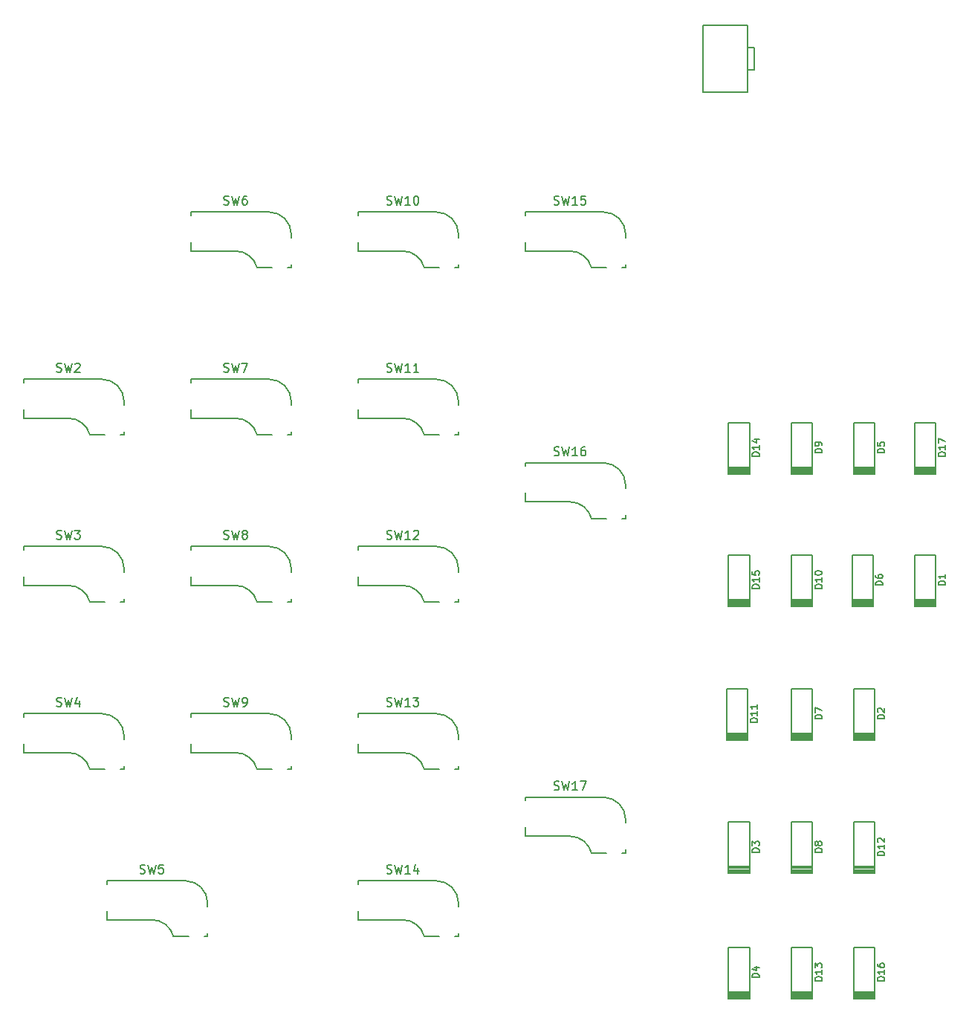
<source format=gbr>
G04 #@! TF.GenerationSoftware,KiCad,Pcbnew,(5.1.5)-3*
G04 #@! TF.CreationDate,2021-05-08T00:02:10-05:00*
G04 #@! TF.ProjectId,MacroPad,4d616372-6f50-4616-942e-6b696361645f,rev?*
G04 #@! TF.SameCoordinates,Original*
G04 #@! TF.FileFunction,Legend,Top*
G04 #@! TF.FilePolarity,Positive*
%FSLAX46Y46*%
G04 Gerber Fmt 4.6, Leading zero omitted, Abs format (unit mm)*
G04 Created by KiCad (PCBNEW (5.1.5)-3) date 2021-05-08 00:02:10*
%MOMM*%
%LPD*%
G04 APERTURE LIST*
%ADD10C,0.200000*%
%ADD11C,0.150000*%
%ADD12C,0.203200*%
G04 APERTURE END LIST*
D10*
X161537500Y-94037500D02*
X161537500Y-99837500D01*
X159137500Y-94037500D02*
X161537500Y-94037500D01*
X159137500Y-99837500D02*
X159137500Y-94037500D01*
X159137500Y-99762500D02*
X161537500Y-99762500D01*
X159137500Y-99637500D02*
X161537500Y-99637500D01*
X161537500Y-99862500D02*
X159137500Y-99862500D01*
X159137500Y-99462500D02*
X161537500Y-99462500D01*
X159137500Y-99287500D02*
X161537500Y-99287500D01*
X159137500Y-99112500D02*
X161537500Y-99112500D01*
D11*
X114776250Y-136683750D02*
X114776250Y-137064750D01*
X123666250Y-136683750D02*
X114776250Y-136683750D01*
X126206250Y-139223750D02*
X126206250Y-139604750D01*
X125825250Y-143033750D02*
X126206250Y-143033750D01*
X122320412Y-143033750D02*
X124047250Y-143033750D01*
X114776250Y-141128750D02*
X119856250Y-141128750D01*
X114776250Y-140112750D02*
X114776250Y-141128750D01*
X122320412Y-143052710D02*
G75*
G03X119856250Y-141128750I-2464162J-616040D01*
G01*
X126206250Y-142652750D02*
X126206250Y-143033750D01*
X126206250Y-139223750D02*
G75*
G03X123666250Y-136683750I-2540000J0D01*
G01*
X114776250Y-98583750D02*
X114776250Y-98964750D01*
X123666250Y-98583750D02*
X114776250Y-98583750D01*
X126206250Y-101123750D02*
X126206250Y-101504750D01*
X125825250Y-104933750D02*
X126206250Y-104933750D01*
X122320412Y-104933750D02*
X124047250Y-104933750D01*
X114776250Y-103028750D02*
X119856250Y-103028750D01*
X114776250Y-102012750D02*
X114776250Y-103028750D01*
X122320412Y-104952710D02*
G75*
G03X119856250Y-103028750I-2464162J-616040D01*
G01*
X126206250Y-104552750D02*
X126206250Y-104933750D01*
X126206250Y-101123750D02*
G75*
G03X123666250Y-98583750I-2540000J0D01*
G01*
X114776250Y-70008750D02*
X114776250Y-70389750D01*
X123666250Y-70008750D02*
X114776250Y-70008750D01*
X126206250Y-72548750D02*
X126206250Y-72929750D01*
X125825250Y-76358750D02*
X126206250Y-76358750D01*
X122320412Y-76358750D02*
X124047250Y-76358750D01*
X114776250Y-74453750D02*
X119856250Y-74453750D01*
X114776250Y-73437750D02*
X114776250Y-74453750D01*
X122320412Y-76377710D02*
G75*
G03X119856250Y-74453750I-2464162J-616040D01*
G01*
X126206250Y-75977750D02*
X126206250Y-76358750D01*
X126206250Y-72548750D02*
G75*
G03X123666250Y-70008750I-2540000J0D01*
G01*
X95726250Y-146208750D02*
X95726250Y-146589750D01*
X104616250Y-146208750D02*
X95726250Y-146208750D01*
X107156250Y-148748750D02*
X107156250Y-149129750D01*
X106775250Y-152558750D02*
X107156250Y-152558750D01*
X103270412Y-152558750D02*
X104997250Y-152558750D01*
X95726250Y-150653750D02*
X100806250Y-150653750D01*
X95726250Y-149637750D02*
X95726250Y-150653750D01*
X103270412Y-152577710D02*
G75*
G03X100806250Y-150653750I-2464162J-616040D01*
G01*
X107156250Y-152177750D02*
X107156250Y-152558750D01*
X107156250Y-148748750D02*
G75*
G03X104616250Y-146208750I-2540000J0D01*
G01*
X95726250Y-127158750D02*
X95726250Y-127539750D01*
X104616250Y-127158750D02*
X95726250Y-127158750D01*
X107156250Y-129698750D02*
X107156250Y-130079750D01*
X106775250Y-133508750D02*
X107156250Y-133508750D01*
X103270412Y-133508750D02*
X104997250Y-133508750D01*
X95726250Y-131603750D02*
X100806250Y-131603750D01*
X95726250Y-130587750D02*
X95726250Y-131603750D01*
X103270412Y-133527710D02*
G75*
G03X100806250Y-131603750I-2464162J-616040D01*
G01*
X107156250Y-133127750D02*
X107156250Y-133508750D01*
X107156250Y-129698750D02*
G75*
G03X104616250Y-127158750I-2540000J0D01*
G01*
X95726250Y-108108750D02*
X95726250Y-108489750D01*
X104616250Y-108108750D02*
X95726250Y-108108750D01*
X107156250Y-110648750D02*
X107156250Y-111029750D01*
X106775250Y-114458750D02*
X107156250Y-114458750D01*
X103270412Y-114458750D02*
X104997250Y-114458750D01*
X95726250Y-112553750D02*
X100806250Y-112553750D01*
X95726250Y-111537750D02*
X95726250Y-112553750D01*
X103270412Y-114477710D02*
G75*
G03X100806250Y-112553750I-2464162J-616040D01*
G01*
X107156250Y-114077750D02*
X107156250Y-114458750D01*
X107156250Y-110648750D02*
G75*
G03X104616250Y-108108750I-2540000J0D01*
G01*
X95726250Y-89058750D02*
X95726250Y-89439750D01*
X104616250Y-89058750D02*
X95726250Y-89058750D01*
X107156250Y-91598750D02*
X107156250Y-91979750D01*
X106775250Y-95408750D02*
X107156250Y-95408750D01*
X103270412Y-95408750D02*
X104997250Y-95408750D01*
X95726250Y-93503750D02*
X100806250Y-93503750D01*
X95726250Y-92487750D02*
X95726250Y-93503750D01*
X103270412Y-95427710D02*
G75*
G03X100806250Y-93503750I-2464162J-616040D01*
G01*
X107156250Y-95027750D02*
X107156250Y-95408750D01*
X107156250Y-91598750D02*
G75*
G03X104616250Y-89058750I-2540000J0D01*
G01*
X95726250Y-70008750D02*
X95726250Y-70389750D01*
X104616250Y-70008750D02*
X95726250Y-70008750D01*
X107156250Y-72548750D02*
X107156250Y-72929750D01*
X106775250Y-76358750D02*
X107156250Y-76358750D01*
X103270412Y-76358750D02*
X104997250Y-76358750D01*
X95726250Y-74453750D02*
X100806250Y-74453750D01*
X95726250Y-73437750D02*
X95726250Y-74453750D01*
X103270412Y-76377710D02*
G75*
G03X100806250Y-74453750I-2464162J-616040D01*
G01*
X107156250Y-75977750D02*
X107156250Y-76358750D01*
X107156250Y-72548750D02*
G75*
G03X104616250Y-70008750I-2540000J0D01*
G01*
X76676250Y-127158750D02*
X76676250Y-127539750D01*
X85566250Y-127158750D02*
X76676250Y-127158750D01*
X88106250Y-129698750D02*
X88106250Y-130079750D01*
X87725250Y-133508750D02*
X88106250Y-133508750D01*
X84220412Y-133508750D02*
X85947250Y-133508750D01*
X76676250Y-131603750D02*
X81756250Y-131603750D01*
X76676250Y-130587750D02*
X76676250Y-131603750D01*
X84220412Y-133527710D02*
G75*
G03X81756250Y-131603750I-2464162J-616040D01*
G01*
X88106250Y-133127750D02*
X88106250Y-133508750D01*
X88106250Y-129698750D02*
G75*
G03X85566250Y-127158750I-2540000J0D01*
G01*
X76676250Y-108108750D02*
X76676250Y-108489750D01*
X85566250Y-108108750D02*
X76676250Y-108108750D01*
X88106250Y-110648750D02*
X88106250Y-111029750D01*
X87725250Y-114458750D02*
X88106250Y-114458750D01*
X84220412Y-114458750D02*
X85947250Y-114458750D01*
X76676250Y-112553750D02*
X81756250Y-112553750D01*
X76676250Y-111537750D02*
X76676250Y-112553750D01*
X84220412Y-114477710D02*
G75*
G03X81756250Y-112553750I-2464162J-616040D01*
G01*
X88106250Y-114077750D02*
X88106250Y-114458750D01*
X88106250Y-110648750D02*
G75*
G03X85566250Y-108108750I-2540000J0D01*
G01*
X76676250Y-89058750D02*
X76676250Y-89439750D01*
X85566250Y-89058750D02*
X76676250Y-89058750D01*
X88106250Y-91598750D02*
X88106250Y-91979750D01*
X87725250Y-95408750D02*
X88106250Y-95408750D01*
X84220412Y-95408750D02*
X85947250Y-95408750D01*
X76676250Y-93503750D02*
X81756250Y-93503750D01*
X76676250Y-92487750D02*
X76676250Y-93503750D01*
X84220412Y-95427710D02*
G75*
G03X81756250Y-93503750I-2464162J-616040D01*
G01*
X88106250Y-95027750D02*
X88106250Y-95408750D01*
X88106250Y-91598750D02*
G75*
G03X85566250Y-89058750I-2540000J0D01*
G01*
X76676250Y-70008750D02*
X76676250Y-70389750D01*
X85566250Y-70008750D02*
X76676250Y-70008750D01*
X88106250Y-72548750D02*
X88106250Y-72929750D01*
X87725250Y-76358750D02*
X88106250Y-76358750D01*
X84220412Y-76358750D02*
X85947250Y-76358750D01*
X76676250Y-74453750D02*
X81756250Y-74453750D01*
X76676250Y-73437750D02*
X76676250Y-74453750D01*
X84220412Y-76377710D02*
G75*
G03X81756250Y-74453750I-2464162J-616040D01*
G01*
X88106250Y-75977750D02*
X88106250Y-76358750D01*
X88106250Y-72548750D02*
G75*
G03X85566250Y-70008750I-2540000J0D01*
G01*
X67151250Y-146208750D02*
X67151250Y-146589750D01*
X76041250Y-146208750D02*
X67151250Y-146208750D01*
X78581250Y-148748750D02*
X78581250Y-149129750D01*
X78200250Y-152558750D02*
X78581250Y-152558750D01*
X74695412Y-152558750D02*
X76422250Y-152558750D01*
X67151250Y-150653750D02*
X72231250Y-150653750D01*
X67151250Y-149637750D02*
X67151250Y-150653750D01*
X74695412Y-152577710D02*
G75*
G03X72231250Y-150653750I-2464162J-616040D01*
G01*
X78581250Y-152177750D02*
X78581250Y-152558750D01*
X78581250Y-148748750D02*
G75*
G03X76041250Y-146208750I-2540000J0D01*
G01*
X57626250Y-127158750D02*
X57626250Y-127539750D01*
X66516250Y-127158750D02*
X57626250Y-127158750D01*
X69056250Y-129698750D02*
X69056250Y-130079750D01*
X68675250Y-133508750D02*
X69056250Y-133508750D01*
X65170412Y-133508750D02*
X66897250Y-133508750D01*
X57626250Y-131603750D02*
X62706250Y-131603750D01*
X57626250Y-130587750D02*
X57626250Y-131603750D01*
X65170412Y-133527710D02*
G75*
G03X62706250Y-131603750I-2464162J-616040D01*
G01*
X69056250Y-133127750D02*
X69056250Y-133508750D01*
X69056250Y-129698750D02*
G75*
G03X66516250Y-127158750I-2540000J0D01*
G01*
X57626250Y-108108750D02*
X57626250Y-108489750D01*
X66516250Y-108108750D02*
X57626250Y-108108750D01*
X69056250Y-110648750D02*
X69056250Y-111029750D01*
X68675250Y-114458750D02*
X69056250Y-114458750D01*
X65170412Y-114458750D02*
X66897250Y-114458750D01*
X57626250Y-112553750D02*
X62706250Y-112553750D01*
X57626250Y-111537750D02*
X57626250Y-112553750D01*
X65170412Y-114477710D02*
G75*
G03X62706250Y-112553750I-2464162J-616040D01*
G01*
X69056250Y-114077750D02*
X69056250Y-114458750D01*
X69056250Y-110648750D02*
G75*
G03X66516250Y-108108750I-2540000J0D01*
G01*
X57626250Y-89058750D02*
X57626250Y-89439750D01*
X66516250Y-89058750D02*
X57626250Y-89058750D01*
X69056250Y-91598750D02*
X69056250Y-91979750D01*
X68675250Y-95408750D02*
X69056250Y-95408750D01*
X65170412Y-95408750D02*
X66897250Y-95408750D01*
X57626250Y-93503750D02*
X62706250Y-93503750D01*
X57626250Y-92487750D02*
X57626250Y-93503750D01*
X65170412Y-95427710D02*
G75*
G03X62706250Y-93503750I-2464162J-616040D01*
G01*
X69056250Y-95027750D02*
X69056250Y-95408750D01*
X69056250Y-91598750D02*
G75*
G03X66516250Y-89058750I-2540000J0D01*
G01*
D10*
X140065600Y-53808950D02*
X140865600Y-53808950D01*
X140865600Y-53808950D02*
X140865600Y-51258950D01*
X140865600Y-51258950D02*
X140065600Y-51258950D01*
D12*
X140055600Y-48748950D02*
X140055600Y-56368950D01*
X134975600Y-56368950D02*
X134975600Y-48748950D01*
X134975600Y-48748950D02*
X140055600Y-48748950D01*
X140055600Y-56368950D02*
X134975600Y-56368950D01*
D10*
X154616000Y-153810250D02*
X154616000Y-159610250D01*
X152216000Y-153810250D02*
X154616000Y-153810250D01*
X152216000Y-159610250D02*
X152216000Y-153810250D01*
X152216000Y-159535250D02*
X154616000Y-159535250D01*
X152216000Y-159410250D02*
X154616000Y-159410250D01*
X154616000Y-159635250D02*
X152216000Y-159635250D01*
X152216000Y-159235250D02*
X154616000Y-159235250D01*
X152216000Y-159060250D02*
X154616000Y-159060250D01*
X152216000Y-158885250D02*
X154616000Y-158885250D01*
X137928500Y-114193750D02*
X140328500Y-114193750D01*
X137928500Y-114368750D02*
X140328500Y-114368750D01*
X137928500Y-114543750D02*
X140328500Y-114543750D01*
X140328500Y-114943750D02*
X137928500Y-114943750D01*
X137928500Y-114718750D02*
X140328500Y-114718750D01*
X137928500Y-114843750D02*
X140328500Y-114843750D01*
X137928500Y-114918750D02*
X137928500Y-109118750D01*
X137928500Y-109118750D02*
X140328500Y-109118750D01*
X140328500Y-109118750D02*
X140328500Y-114918750D01*
X140328500Y-94037500D02*
X140328500Y-99837500D01*
X137928500Y-94037500D02*
X140328500Y-94037500D01*
X137928500Y-99837500D02*
X137928500Y-94037500D01*
X137928500Y-99762500D02*
X140328500Y-99762500D01*
X137928500Y-99637500D02*
X140328500Y-99637500D01*
X140328500Y-99862500D02*
X137928500Y-99862500D01*
X137928500Y-99462500D02*
X140328500Y-99462500D01*
X137928500Y-99287500D02*
X140328500Y-99287500D01*
X137928500Y-99112500D02*
X140328500Y-99112500D01*
X145072250Y-158897750D02*
X147472250Y-158897750D01*
X145072250Y-159072750D02*
X147472250Y-159072750D01*
X145072250Y-159247750D02*
X147472250Y-159247750D01*
X147472250Y-159647750D02*
X145072250Y-159647750D01*
X145072250Y-159422750D02*
X147472250Y-159422750D01*
X145072250Y-159547750D02*
X147472250Y-159547750D01*
X145072250Y-159622750D02*
X145072250Y-153822750D01*
X145072250Y-153822750D02*
X147472250Y-153822750D01*
X147472250Y-153822750D02*
X147472250Y-159622750D01*
X152216000Y-144610250D02*
X154616000Y-144610250D01*
X152216000Y-144785250D02*
X154616000Y-144785250D01*
X152216000Y-144960250D02*
X154616000Y-144960250D01*
X154616000Y-145360250D02*
X152216000Y-145360250D01*
X152216000Y-145135250D02*
X154616000Y-145135250D01*
X152216000Y-145260250D02*
X154616000Y-145260250D01*
X152216000Y-145335250D02*
X152216000Y-139535250D01*
X152216000Y-139535250D02*
X154616000Y-139535250D01*
X154616000Y-139535250D02*
X154616000Y-145335250D01*
X137706250Y-129433750D02*
X140106250Y-129433750D01*
X137706250Y-129608750D02*
X140106250Y-129608750D01*
X137706250Y-129783750D02*
X140106250Y-129783750D01*
X140106250Y-130183750D02*
X137706250Y-130183750D01*
X137706250Y-129958750D02*
X140106250Y-129958750D01*
X137706250Y-130083750D02*
X140106250Y-130083750D01*
X137706250Y-130158750D02*
X137706250Y-124358750D01*
X137706250Y-124358750D02*
X140106250Y-124358750D01*
X140106250Y-124358750D02*
X140106250Y-130158750D01*
X145072250Y-114193750D02*
X147472250Y-114193750D01*
X145072250Y-114368750D02*
X147472250Y-114368750D01*
X145072250Y-114543750D02*
X147472250Y-114543750D01*
X147472250Y-114943750D02*
X145072250Y-114943750D01*
X145072250Y-114718750D02*
X147472250Y-114718750D01*
X145072250Y-114843750D02*
X147472250Y-114843750D01*
X145072250Y-114918750D02*
X145072250Y-109118750D01*
X145072250Y-109118750D02*
X147472250Y-109118750D01*
X147472250Y-109118750D02*
X147472250Y-114918750D01*
X147472250Y-94037500D02*
X147472250Y-99837500D01*
X145072250Y-94037500D02*
X147472250Y-94037500D01*
X145072250Y-99837500D02*
X145072250Y-94037500D01*
X145072250Y-99762500D02*
X147472250Y-99762500D01*
X145072250Y-99637500D02*
X147472250Y-99637500D01*
X147472250Y-99862500D02*
X145072250Y-99862500D01*
X145072250Y-99462500D02*
X147472250Y-99462500D01*
X145072250Y-99287500D02*
X147472250Y-99287500D01*
X145072250Y-99112500D02*
X147472250Y-99112500D01*
X145072250Y-144610250D02*
X147472250Y-144610250D01*
X145072250Y-144785250D02*
X147472250Y-144785250D01*
X145072250Y-144960250D02*
X147472250Y-144960250D01*
X147472250Y-145360250D02*
X145072250Y-145360250D01*
X145072250Y-145135250D02*
X147472250Y-145135250D01*
X145072250Y-145260250D02*
X147472250Y-145260250D01*
X145072250Y-145335250D02*
X145072250Y-139535250D01*
X145072250Y-139535250D02*
X147472250Y-139535250D01*
X147472250Y-139535250D02*
X147472250Y-145335250D01*
X145072250Y-129433750D02*
X147472250Y-129433750D01*
X145072250Y-129608750D02*
X147472250Y-129608750D01*
X145072250Y-129783750D02*
X147472250Y-129783750D01*
X147472250Y-130183750D02*
X145072250Y-130183750D01*
X145072250Y-129958750D02*
X147472250Y-129958750D01*
X145072250Y-130083750D02*
X147472250Y-130083750D01*
X145072250Y-130158750D02*
X145072250Y-124358750D01*
X145072250Y-124358750D02*
X147472250Y-124358750D01*
X147472250Y-124358750D02*
X147472250Y-130158750D01*
X151993750Y-114193750D02*
X154393750Y-114193750D01*
X151993750Y-114368750D02*
X154393750Y-114368750D01*
X151993750Y-114543750D02*
X154393750Y-114543750D01*
X154393750Y-114943750D02*
X151993750Y-114943750D01*
X151993750Y-114718750D02*
X154393750Y-114718750D01*
X151993750Y-114843750D02*
X154393750Y-114843750D01*
X151993750Y-114918750D02*
X151993750Y-109118750D01*
X151993750Y-109118750D02*
X154393750Y-109118750D01*
X154393750Y-109118750D02*
X154393750Y-114918750D01*
X154616000Y-94037500D02*
X154616000Y-99837500D01*
X152216000Y-94037500D02*
X154616000Y-94037500D01*
X152216000Y-99837500D02*
X152216000Y-94037500D01*
X152216000Y-99762500D02*
X154616000Y-99762500D01*
X152216000Y-99637500D02*
X154616000Y-99637500D01*
X154616000Y-99862500D02*
X152216000Y-99862500D01*
X152216000Y-99462500D02*
X154616000Y-99462500D01*
X152216000Y-99287500D02*
X154616000Y-99287500D01*
X152216000Y-99112500D02*
X154616000Y-99112500D01*
X140328500Y-153822750D02*
X140328500Y-159622750D01*
X137928500Y-153822750D02*
X140328500Y-153822750D01*
X137928500Y-159622750D02*
X137928500Y-153822750D01*
X137928500Y-159547750D02*
X140328500Y-159547750D01*
X137928500Y-159422750D02*
X140328500Y-159422750D01*
X140328500Y-159647750D02*
X137928500Y-159647750D01*
X137928500Y-159247750D02*
X140328500Y-159247750D01*
X137928500Y-159072750D02*
X140328500Y-159072750D01*
X137928500Y-158897750D02*
X140328500Y-158897750D01*
X137928500Y-144610250D02*
X140328500Y-144610250D01*
X137928500Y-144785250D02*
X140328500Y-144785250D01*
X137928500Y-144960250D02*
X140328500Y-144960250D01*
X140328500Y-145360250D02*
X137928500Y-145360250D01*
X137928500Y-145135250D02*
X140328500Y-145135250D01*
X137928500Y-145260250D02*
X140328500Y-145260250D01*
X137928500Y-145335250D02*
X137928500Y-139535250D01*
X137928500Y-139535250D02*
X140328500Y-139535250D01*
X140328500Y-139535250D02*
X140328500Y-145335250D01*
X152216000Y-129433750D02*
X154616000Y-129433750D01*
X152216000Y-129608750D02*
X154616000Y-129608750D01*
X152216000Y-129783750D02*
X154616000Y-129783750D01*
X154616000Y-130183750D02*
X152216000Y-130183750D01*
X152216000Y-129958750D02*
X154616000Y-129958750D01*
X152216000Y-130083750D02*
X154616000Y-130083750D01*
X152216000Y-130158750D02*
X152216000Y-124358750D01*
X152216000Y-124358750D02*
X154616000Y-124358750D01*
X154616000Y-124358750D02*
X154616000Y-130158750D01*
X159137500Y-114193750D02*
X161537500Y-114193750D01*
X159137500Y-114368750D02*
X161537500Y-114368750D01*
X159137500Y-114543750D02*
X161537500Y-114543750D01*
X161537500Y-114943750D02*
X159137500Y-114943750D01*
X159137500Y-114718750D02*
X161537500Y-114718750D01*
X159137500Y-114843750D02*
X161537500Y-114843750D01*
X159137500Y-114918750D02*
X159137500Y-109118750D01*
X159137500Y-109118750D02*
X161537500Y-109118750D01*
X161537500Y-109118750D02*
X161537500Y-114918750D01*
D11*
X162624404Y-97808928D02*
X161824404Y-97808928D01*
X161824404Y-97618452D01*
X161862500Y-97504166D01*
X161938690Y-97427976D01*
X162014880Y-97389880D01*
X162167261Y-97351785D01*
X162281547Y-97351785D01*
X162433928Y-97389880D01*
X162510119Y-97427976D01*
X162586309Y-97504166D01*
X162624404Y-97618452D01*
X162624404Y-97808928D01*
X162624404Y-96589880D02*
X162624404Y-97047023D01*
X162624404Y-96818452D02*
X161824404Y-96818452D01*
X161938690Y-96894642D01*
X162014880Y-96970833D01*
X162052976Y-97047023D01*
X161824404Y-96323214D02*
X161824404Y-95789880D01*
X162624404Y-96132738D01*
X118046726Y-135818511D02*
X118189583Y-135866130D01*
X118427678Y-135866130D01*
X118522916Y-135818511D01*
X118570535Y-135770892D01*
X118618154Y-135675654D01*
X118618154Y-135580416D01*
X118570535Y-135485178D01*
X118522916Y-135437559D01*
X118427678Y-135389940D01*
X118237202Y-135342321D01*
X118141964Y-135294702D01*
X118094345Y-135247083D01*
X118046726Y-135151845D01*
X118046726Y-135056607D01*
X118094345Y-134961369D01*
X118141964Y-134913750D01*
X118237202Y-134866130D01*
X118475297Y-134866130D01*
X118618154Y-134913750D01*
X118951488Y-134866130D02*
X119189583Y-135866130D01*
X119380059Y-135151845D01*
X119570535Y-135866130D01*
X119808630Y-134866130D01*
X120713392Y-135866130D02*
X120141964Y-135866130D01*
X120427678Y-135866130D02*
X120427678Y-134866130D01*
X120332440Y-135008988D01*
X120237202Y-135104226D01*
X120141964Y-135151845D01*
X121046726Y-134866130D02*
X121713392Y-134866130D01*
X121284821Y-135866130D01*
X118046726Y-97718511D02*
X118189583Y-97766130D01*
X118427678Y-97766130D01*
X118522916Y-97718511D01*
X118570535Y-97670892D01*
X118618154Y-97575654D01*
X118618154Y-97480416D01*
X118570535Y-97385178D01*
X118522916Y-97337559D01*
X118427678Y-97289940D01*
X118237202Y-97242321D01*
X118141964Y-97194702D01*
X118094345Y-97147083D01*
X118046726Y-97051845D01*
X118046726Y-96956607D01*
X118094345Y-96861369D01*
X118141964Y-96813750D01*
X118237202Y-96766130D01*
X118475297Y-96766130D01*
X118618154Y-96813750D01*
X118951488Y-96766130D02*
X119189583Y-97766130D01*
X119380059Y-97051845D01*
X119570535Y-97766130D01*
X119808630Y-96766130D01*
X120713392Y-97766130D02*
X120141964Y-97766130D01*
X120427678Y-97766130D02*
X120427678Y-96766130D01*
X120332440Y-96908988D01*
X120237202Y-97004226D01*
X120141964Y-97051845D01*
X121570535Y-96766130D02*
X121380059Y-96766130D01*
X121284821Y-96813750D01*
X121237202Y-96861369D01*
X121141964Y-97004226D01*
X121094345Y-97194702D01*
X121094345Y-97575654D01*
X121141964Y-97670892D01*
X121189583Y-97718511D01*
X121284821Y-97766130D01*
X121475297Y-97766130D01*
X121570535Y-97718511D01*
X121618154Y-97670892D01*
X121665773Y-97575654D01*
X121665773Y-97337559D01*
X121618154Y-97242321D01*
X121570535Y-97194702D01*
X121475297Y-97147083D01*
X121284821Y-97147083D01*
X121189583Y-97194702D01*
X121141964Y-97242321D01*
X121094345Y-97337559D01*
X118046726Y-69143511D02*
X118189583Y-69191130D01*
X118427678Y-69191130D01*
X118522916Y-69143511D01*
X118570535Y-69095892D01*
X118618154Y-69000654D01*
X118618154Y-68905416D01*
X118570535Y-68810178D01*
X118522916Y-68762559D01*
X118427678Y-68714940D01*
X118237202Y-68667321D01*
X118141964Y-68619702D01*
X118094345Y-68572083D01*
X118046726Y-68476845D01*
X118046726Y-68381607D01*
X118094345Y-68286369D01*
X118141964Y-68238750D01*
X118237202Y-68191130D01*
X118475297Y-68191130D01*
X118618154Y-68238750D01*
X118951488Y-68191130D02*
X119189583Y-69191130D01*
X119380059Y-68476845D01*
X119570535Y-69191130D01*
X119808630Y-68191130D01*
X120713392Y-69191130D02*
X120141964Y-69191130D01*
X120427678Y-69191130D02*
X120427678Y-68191130D01*
X120332440Y-68333988D01*
X120237202Y-68429226D01*
X120141964Y-68476845D01*
X121618154Y-68191130D02*
X121141964Y-68191130D01*
X121094345Y-68667321D01*
X121141964Y-68619702D01*
X121237202Y-68572083D01*
X121475297Y-68572083D01*
X121570535Y-68619702D01*
X121618154Y-68667321D01*
X121665773Y-68762559D01*
X121665773Y-69000654D01*
X121618154Y-69095892D01*
X121570535Y-69143511D01*
X121475297Y-69191130D01*
X121237202Y-69191130D01*
X121141964Y-69143511D01*
X121094345Y-69095892D01*
X98996726Y-145343511D02*
X99139583Y-145391130D01*
X99377678Y-145391130D01*
X99472916Y-145343511D01*
X99520535Y-145295892D01*
X99568154Y-145200654D01*
X99568154Y-145105416D01*
X99520535Y-145010178D01*
X99472916Y-144962559D01*
X99377678Y-144914940D01*
X99187202Y-144867321D01*
X99091964Y-144819702D01*
X99044345Y-144772083D01*
X98996726Y-144676845D01*
X98996726Y-144581607D01*
X99044345Y-144486369D01*
X99091964Y-144438750D01*
X99187202Y-144391130D01*
X99425297Y-144391130D01*
X99568154Y-144438750D01*
X99901488Y-144391130D02*
X100139583Y-145391130D01*
X100330059Y-144676845D01*
X100520535Y-145391130D01*
X100758630Y-144391130D01*
X101663392Y-145391130D02*
X101091964Y-145391130D01*
X101377678Y-145391130D02*
X101377678Y-144391130D01*
X101282440Y-144533988D01*
X101187202Y-144629226D01*
X101091964Y-144676845D01*
X102520535Y-144724464D02*
X102520535Y-145391130D01*
X102282440Y-144343511D02*
X102044345Y-145057797D01*
X102663392Y-145057797D01*
X98996726Y-126293511D02*
X99139583Y-126341130D01*
X99377678Y-126341130D01*
X99472916Y-126293511D01*
X99520535Y-126245892D01*
X99568154Y-126150654D01*
X99568154Y-126055416D01*
X99520535Y-125960178D01*
X99472916Y-125912559D01*
X99377678Y-125864940D01*
X99187202Y-125817321D01*
X99091964Y-125769702D01*
X99044345Y-125722083D01*
X98996726Y-125626845D01*
X98996726Y-125531607D01*
X99044345Y-125436369D01*
X99091964Y-125388750D01*
X99187202Y-125341130D01*
X99425297Y-125341130D01*
X99568154Y-125388750D01*
X99901488Y-125341130D02*
X100139583Y-126341130D01*
X100330059Y-125626845D01*
X100520535Y-126341130D01*
X100758630Y-125341130D01*
X101663392Y-126341130D02*
X101091964Y-126341130D01*
X101377678Y-126341130D02*
X101377678Y-125341130D01*
X101282440Y-125483988D01*
X101187202Y-125579226D01*
X101091964Y-125626845D01*
X101996726Y-125341130D02*
X102615773Y-125341130D01*
X102282440Y-125722083D01*
X102425297Y-125722083D01*
X102520535Y-125769702D01*
X102568154Y-125817321D01*
X102615773Y-125912559D01*
X102615773Y-126150654D01*
X102568154Y-126245892D01*
X102520535Y-126293511D01*
X102425297Y-126341130D01*
X102139583Y-126341130D01*
X102044345Y-126293511D01*
X101996726Y-126245892D01*
X98996726Y-107243511D02*
X99139583Y-107291130D01*
X99377678Y-107291130D01*
X99472916Y-107243511D01*
X99520535Y-107195892D01*
X99568154Y-107100654D01*
X99568154Y-107005416D01*
X99520535Y-106910178D01*
X99472916Y-106862559D01*
X99377678Y-106814940D01*
X99187202Y-106767321D01*
X99091964Y-106719702D01*
X99044345Y-106672083D01*
X98996726Y-106576845D01*
X98996726Y-106481607D01*
X99044345Y-106386369D01*
X99091964Y-106338750D01*
X99187202Y-106291130D01*
X99425297Y-106291130D01*
X99568154Y-106338750D01*
X99901488Y-106291130D02*
X100139583Y-107291130D01*
X100330059Y-106576845D01*
X100520535Y-107291130D01*
X100758630Y-106291130D01*
X101663392Y-107291130D02*
X101091964Y-107291130D01*
X101377678Y-107291130D02*
X101377678Y-106291130D01*
X101282440Y-106433988D01*
X101187202Y-106529226D01*
X101091964Y-106576845D01*
X102044345Y-106386369D02*
X102091964Y-106338750D01*
X102187202Y-106291130D01*
X102425297Y-106291130D01*
X102520535Y-106338750D01*
X102568154Y-106386369D01*
X102615773Y-106481607D01*
X102615773Y-106576845D01*
X102568154Y-106719702D01*
X101996726Y-107291130D01*
X102615773Y-107291130D01*
X98996726Y-88193511D02*
X99139583Y-88241130D01*
X99377678Y-88241130D01*
X99472916Y-88193511D01*
X99520535Y-88145892D01*
X99568154Y-88050654D01*
X99568154Y-87955416D01*
X99520535Y-87860178D01*
X99472916Y-87812559D01*
X99377678Y-87764940D01*
X99187202Y-87717321D01*
X99091964Y-87669702D01*
X99044345Y-87622083D01*
X98996726Y-87526845D01*
X98996726Y-87431607D01*
X99044345Y-87336369D01*
X99091964Y-87288750D01*
X99187202Y-87241130D01*
X99425297Y-87241130D01*
X99568154Y-87288750D01*
X99901488Y-87241130D02*
X100139583Y-88241130D01*
X100330059Y-87526845D01*
X100520535Y-88241130D01*
X100758630Y-87241130D01*
X101663392Y-88241130D02*
X101091964Y-88241130D01*
X101377678Y-88241130D02*
X101377678Y-87241130D01*
X101282440Y-87383988D01*
X101187202Y-87479226D01*
X101091964Y-87526845D01*
X102615773Y-88241130D02*
X102044345Y-88241130D01*
X102330059Y-88241130D02*
X102330059Y-87241130D01*
X102234821Y-87383988D01*
X102139583Y-87479226D01*
X102044345Y-87526845D01*
X98996726Y-69143511D02*
X99139583Y-69191130D01*
X99377678Y-69191130D01*
X99472916Y-69143511D01*
X99520535Y-69095892D01*
X99568154Y-69000654D01*
X99568154Y-68905416D01*
X99520535Y-68810178D01*
X99472916Y-68762559D01*
X99377678Y-68714940D01*
X99187202Y-68667321D01*
X99091964Y-68619702D01*
X99044345Y-68572083D01*
X98996726Y-68476845D01*
X98996726Y-68381607D01*
X99044345Y-68286369D01*
X99091964Y-68238750D01*
X99187202Y-68191130D01*
X99425297Y-68191130D01*
X99568154Y-68238750D01*
X99901488Y-68191130D02*
X100139583Y-69191130D01*
X100330059Y-68476845D01*
X100520535Y-69191130D01*
X100758630Y-68191130D01*
X101663392Y-69191130D02*
X101091964Y-69191130D01*
X101377678Y-69191130D02*
X101377678Y-68191130D01*
X101282440Y-68333988D01*
X101187202Y-68429226D01*
X101091964Y-68476845D01*
X102282440Y-68191130D02*
X102377678Y-68191130D01*
X102472916Y-68238750D01*
X102520535Y-68286369D01*
X102568154Y-68381607D01*
X102615773Y-68572083D01*
X102615773Y-68810178D01*
X102568154Y-69000654D01*
X102520535Y-69095892D01*
X102472916Y-69143511D01*
X102377678Y-69191130D01*
X102282440Y-69191130D01*
X102187202Y-69143511D01*
X102139583Y-69095892D01*
X102091964Y-69000654D01*
X102044345Y-68810178D01*
X102044345Y-68572083D01*
X102091964Y-68381607D01*
X102139583Y-68286369D01*
X102187202Y-68238750D01*
X102282440Y-68191130D01*
X80422916Y-126293511D02*
X80565773Y-126341130D01*
X80803869Y-126341130D01*
X80899107Y-126293511D01*
X80946726Y-126245892D01*
X80994345Y-126150654D01*
X80994345Y-126055416D01*
X80946726Y-125960178D01*
X80899107Y-125912559D01*
X80803869Y-125864940D01*
X80613392Y-125817321D01*
X80518154Y-125769702D01*
X80470535Y-125722083D01*
X80422916Y-125626845D01*
X80422916Y-125531607D01*
X80470535Y-125436369D01*
X80518154Y-125388750D01*
X80613392Y-125341130D01*
X80851488Y-125341130D01*
X80994345Y-125388750D01*
X81327678Y-125341130D02*
X81565773Y-126341130D01*
X81756250Y-125626845D01*
X81946726Y-126341130D01*
X82184821Y-125341130D01*
X82613392Y-126341130D02*
X82803869Y-126341130D01*
X82899107Y-126293511D01*
X82946726Y-126245892D01*
X83041964Y-126103035D01*
X83089583Y-125912559D01*
X83089583Y-125531607D01*
X83041964Y-125436369D01*
X82994345Y-125388750D01*
X82899107Y-125341130D01*
X82708630Y-125341130D01*
X82613392Y-125388750D01*
X82565773Y-125436369D01*
X82518154Y-125531607D01*
X82518154Y-125769702D01*
X82565773Y-125864940D01*
X82613392Y-125912559D01*
X82708630Y-125960178D01*
X82899107Y-125960178D01*
X82994345Y-125912559D01*
X83041964Y-125864940D01*
X83089583Y-125769702D01*
X80422916Y-107243511D02*
X80565773Y-107291130D01*
X80803869Y-107291130D01*
X80899107Y-107243511D01*
X80946726Y-107195892D01*
X80994345Y-107100654D01*
X80994345Y-107005416D01*
X80946726Y-106910178D01*
X80899107Y-106862559D01*
X80803869Y-106814940D01*
X80613392Y-106767321D01*
X80518154Y-106719702D01*
X80470535Y-106672083D01*
X80422916Y-106576845D01*
X80422916Y-106481607D01*
X80470535Y-106386369D01*
X80518154Y-106338750D01*
X80613392Y-106291130D01*
X80851488Y-106291130D01*
X80994345Y-106338750D01*
X81327678Y-106291130D02*
X81565773Y-107291130D01*
X81756250Y-106576845D01*
X81946726Y-107291130D01*
X82184821Y-106291130D01*
X82708630Y-106719702D02*
X82613392Y-106672083D01*
X82565773Y-106624464D01*
X82518154Y-106529226D01*
X82518154Y-106481607D01*
X82565773Y-106386369D01*
X82613392Y-106338750D01*
X82708630Y-106291130D01*
X82899107Y-106291130D01*
X82994345Y-106338750D01*
X83041964Y-106386369D01*
X83089583Y-106481607D01*
X83089583Y-106529226D01*
X83041964Y-106624464D01*
X82994345Y-106672083D01*
X82899107Y-106719702D01*
X82708630Y-106719702D01*
X82613392Y-106767321D01*
X82565773Y-106814940D01*
X82518154Y-106910178D01*
X82518154Y-107100654D01*
X82565773Y-107195892D01*
X82613392Y-107243511D01*
X82708630Y-107291130D01*
X82899107Y-107291130D01*
X82994345Y-107243511D01*
X83041964Y-107195892D01*
X83089583Y-107100654D01*
X83089583Y-106910178D01*
X83041964Y-106814940D01*
X82994345Y-106767321D01*
X82899107Y-106719702D01*
X80422916Y-88193511D02*
X80565773Y-88241130D01*
X80803869Y-88241130D01*
X80899107Y-88193511D01*
X80946726Y-88145892D01*
X80994345Y-88050654D01*
X80994345Y-87955416D01*
X80946726Y-87860178D01*
X80899107Y-87812559D01*
X80803869Y-87764940D01*
X80613392Y-87717321D01*
X80518154Y-87669702D01*
X80470535Y-87622083D01*
X80422916Y-87526845D01*
X80422916Y-87431607D01*
X80470535Y-87336369D01*
X80518154Y-87288750D01*
X80613392Y-87241130D01*
X80851488Y-87241130D01*
X80994345Y-87288750D01*
X81327678Y-87241130D02*
X81565773Y-88241130D01*
X81756250Y-87526845D01*
X81946726Y-88241130D01*
X82184821Y-87241130D01*
X82470535Y-87241130D02*
X83137202Y-87241130D01*
X82708630Y-88241130D01*
X80422916Y-69143511D02*
X80565773Y-69191130D01*
X80803869Y-69191130D01*
X80899107Y-69143511D01*
X80946726Y-69095892D01*
X80994345Y-69000654D01*
X80994345Y-68905416D01*
X80946726Y-68810178D01*
X80899107Y-68762559D01*
X80803869Y-68714940D01*
X80613392Y-68667321D01*
X80518154Y-68619702D01*
X80470535Y-68572083D01*
X80422916Y-68476845D01*
X80422916Y-68381607D01*
X80470535Y-68286369D01*
X80518154Y-68238750D01*
X80613392Y-68191130D01*
X80851488Y-68191130D01*
X80994345Y-68238750D01*
X81327678Y-68191130D02*
X81565773Y-69191130D01*
X81756250Y-68476845D01*
X81946726Y-69191130D01*
X82184821Y-68191130D01*
X82994345Y-68191130D02*
X82803869Y-68191130D01*
X82708630Y-68238750D01*
X82661011Y-68286369D01*
X82565773Y-68429226D01*
X82518154Y-68619702D01*
X82518154Y-69000654D01*
X82565773Y-69095892D01*
X82613392Y-69143511D01*
X82708630Y-69191130D01*
X82899107Y-69191130D01*
X82994345Y-69143511D01*
X83041964Y-69095892D01*
X83089583Y-69000654D01*
X83089583Y-68762559D01*
X83041964Y-68667321D01*
X82994345Y-68619702D01*
X82899107Y-68572083D01*
X82708630Y-68572083D01*
X82613392Y-68619702D01*
X82565773Y-68667321D01*
X82518154Y-68762559D01*
X70897916Y-145343511D02*
X71040773Y-145391130D01*
X71278869Y-145391130D01*
X71374107Y-145343511D01*
X71421726Y-145295892D01*
X71469345Y-145200654D01*
X71469345Y-145105416D01*
X71421726Y-145010178D01*
X71374107Y-144962559D01*
X71278869Y-144914940D01*
X71088392Y-144867321D01*
X70993154Y-144819702D01*
X70945535Y-144772083D01*
X70897916Y-144676845D01*
X70897916Y-144581607D01*
X70945535Y-144486369D01*
X70993154Y-144438750D01*
X71088392Y-144391130D01*
X71326488Y-144391130D01*
X71469345Y-144438750D01*
X71802678Y-144391130D02*
X72040773Y-145391130D01*
X72231250Y-144676845D01*
X72421726Y-145391130D01*
X72659821Y-144391130D01*
X73516964Y-144391130D02*
X73040773Y-144391130D01*
X72993154Y-144867321D01*
X73040773Y-144819702D01*
X73136011Y-144772083D01*
X73374107Y-144772083D01*
X73469345Y-144819702D01*
X73516964Y-144867321D01*
X73564583Y-144962559D01*
X73564583Y-145200654D01*
X73516964Y-145295892D01*
X73469345Y-145343511D01*
X73374107Y-145391130D01*
X73136011Y-145391130D01*
X73040773Y-145343511D01*
X72993154Y-145295892D01*
X61372916Y-126293511D02*
X61515773Y-126341130D01*
X61753869Y-126341130D01*
X61849107Y-126293511D01*
X61896726Y-126245892D01*
X61944345Y-126150654D01*
X61944345Y-126055416D01*
X61896726Y-125960178D01*
X61849107Y-125912559D01*
X61753869Y-125864940D01*
X61563392Y-125817321D01*
X61468154Y-125769702D01*
X61420535Y-125722083D01*
X61372916Y-125626845D01*
X61372916Y-125531607D01*
X61420535Y-125436369D01*
X61468154Y-125388750D01*
X61563392Y-125341130D01*
X61801488Y-125341130D01*
X61944345Y-125388750D01*
X62277678Y-125341130D02*
X62515773Y-126341130D01*
X62706250Y-125626845D01*
X62896726Y-126341130D01*
X63134821Y-125341130D01*
X63944345Y-125674464D02*
X63944345Y-126341130D01*
X63706250Y-125293511D02*
X63468154Y-126007797D01*
X64087202Y-126007797D01*
X61372916Y-107243511D02*
X61515773Y-107291130D01*
X61753869Y-107291130D01*
X61849107Y-107243511D01*
X61896726Y-107195892D01*
X61944345Y-107100654D01*
X61944345Y-107005416D01*
X61896726Y-106910178D01*
X61849107Y-106862559D01*
X61753869Y-106814940D01*
X61563392Y-106767321D01*
X61468154Y-106719702D01*
X61420535Y-106672083D01*
X61372916Y-106576845D01*
X61372916Y-106481607D01*
X61420535Y-106386369D01*
X61468154Y-106338750D01*
X61563392Y-106291130D01*
X61801488Y-106291130D01*
X61944345Y-106338750D01*
X62277678Y-106291130D02*
X62515773Y-107291130D01*
X62706250Y-106576845D01*
X62896726Y-107291130D01*
X63134821Y-106291130D01*
X63420535Y-106291130D02*
X64039583Y-106291130D01*
X63706250Y-106672083D01*
X63849107Y-106672083D01*
X63944345Y-106719702D01*
X63991964Y-106767321D01*
X64039583Y-106862559D01*
X64039583Y-107100654D01*
X63991964Y-107195892D01*
X63944345Y-107243511D01*
X63849107Y-107291130D01*
X63563392Y-107291130D01*
X63468154Y-107243511D01*
X63420535Y-107195892D01*
X61372916Y-88193511D02*
X61515773Y-88241130D01*
X61753869Y-88241130D01*
X61849107Y-88193511D01*
X61896726Y-88145892D01*
X61944345Y-88050654D01*
X61944345Y-87955416D01*
X61896726Y-87860178D01*
X61849107Y-87812559D01*
X61753869Y-87764940D01*
X61563392Y-87717321D01*
X61468154Y-87669702D01*
X61420535Y-87622083D01*
X61372916Y-87526845D01*
X61372916Y-87431607D01*
X61420535Y-87336369D01*
X61468154Y-87288750D01*
X61563392Y-87241130D01*
X61801488Y-87241130D01*
X61944345Y-87288750D01*
X62277678Y-87241130D02*
X62515773Y-88241130D01*
X62706250Y-87526845D01*
X62896726Y-88241130D01*
X63134821Y-87241130D01*
X63468154Y-87336369D02*
X63515773Y-87288750D01*
X63611011Y-87241130D01*
X63849107Y-87241130D01*
X63944345Y-87288750D01*
X63991964Y-87336369D01*
X64039583Y-87431607D01*
X64039583Y-87526845D01*
X63991964Y-87669702D01*
X63420535Y-88241130D01*
X64039583Y-88241130D01*
X155702904Y-157581678D02*
X154902904Y-157581678D01*
X154902904Y-157391202D01*
X154941000Y-157276916D01*
X155017190Y-157200726D01*
X155093380Y-157162630D01*
X155245761Y-157124535D01*
X155360047Y-157124535D01*
X155512428Y-157162630D01*
X155588619Y-157200726D01*
X155664809Y-157276916D01*
X155702904Y-157391202D01*
X155702904Y-157581678D01*
X155702904Y-156362630D02*
X155702904Y-156819773D01*
X155702904Y-156591202D02*
X154902904Y-156591202D01*
X155017190Y-156667392D01*
X155093380Y-156743583D01*
X155131476Y-156819773D01*
X154902904Y-155676916D02*
X154902904Y-155829297D01*
X154941000Y-155905488D01*
X154979095Y-155943583D01*
X155093380Y-156019773D01*
X155245761Y-156057869D01*
X155550523Y-156057869D01*
X155626714Y-156019773D01*
X155664809Y-155981678D01*
X155702904Y-155905488D01*
X155702904Y-155753107D01*
X155664809Y-155676916D01*
X155626714Y-155638821D01*
X155550523Y-155600726D01*
X155360047Y-155600726D01*
X155283857Y-155638821D01*
X155245761Y-155676916D01*
X155207666Y-155753107D01*
X155207666Y-155905488D01*
X155245761Y-155981678D01*
X155283857Y-156019773D01*
X155360047Y-156057869D01*
X141415404Y-112890178D02*
X140615404Y-112890178D01*
X140615404Y-112699702D01*
X140653500Y-112585416D01*
X140729690Y-112509226D01*
X140805880Y-112471130D01*
X140958261Y-112433035D01*
X141072547Y-112433035D01*
X141224928Y-112471130D01*
X141301119Y-112509226D01*
X141377309Y-112585416D01*
X141415404Y-112699702D01*
X141415404Y-112890178D01*
X141415404Y-111671130D02*
X141415404Y-112128273D01*
X141415404Y-111899702D02*
X140615404Y-111899702D01*
X140729690Y-111975892D01*
X140805880Y-112052083D01*
X140843976Y-112128273D01*
X140615404Y-110947321D02*
X140615404Y-111328273D01*
X140996357Y-111366369D01*
X140958261Y-111328273D01*
X140920166Y-111252083D01*
X140920166Y-111061607D01*
X140958261Y-110985416D01*
X140996357Y-110947321D01*
X141072547Y-110909226D01*
X141263023Y-110909226D01*
X141339214Y-110947321D01*
X141377309Y-110985416D01*
X141415404Y-111061607D01*
X141415404Y-111252083D01*
X141377309Y-111328273D01*
X141339214Y-111366369D01*
X141415404Y-97808928D02*
X140615404Y-97808928D01*
X140615404Y-97618452D01*
X140653500Y-97504166D01*
X140729690Y-97427976D01*
X140805880Y-97389880D01*
X140958261Y-97351785D01*
X141072547Y-97351785D01*
X141224928Y-97389880D01*
X141301119Y-97427976D01*
X141377309Y-97504166D01*
X141415404Y-97618452D01*
X141415404Y-97808928D01*
X141415404Y-96589880D02*
X141415404Y-97047023D01*
X141415404Y-96818452D02*
X140615404Y-96818452D01*
X140729690Y-96894642D01*
X140805880Y-96970833D01*
X140843976Y-97047023D01*
X140882071Y-95904166D02*
X141415404Y-95904166D01*
X140577309Y-96094642D02*
X141148738Y-96285119D01*
X141148738Y-95789880D01*
X148559154Y-157594178D02*
X147759154Y-157594178D01*
X147759154Y-157403702D01*
X147797250Y-157289416D01*
X147873440Y-157213226D01*
X147949630Y-157175130D01*
X148102011Y-157137035D01*
X148216297Y-157137035D01*
X148368678Y-157175130D01*
X148444869Y-157213226D01*
X148521059Y-157289416D01*
X148559154Y-157403702D01*
X148559154Y-157594178D01*
X148559154Y-156375130D02*
X148559154Y-156832273D01*
X148559154Y-156603702D02*
X147759154Y-156603702D01*
X147873440Y-156679892D01*
X147949630Y-156756083D01*
X147987726Y-156832273D01*
X147759154Y-156108464D02*
X147759154Y-155613226D01*
X148063916Y-155879892D01*
X148063916Y-155765607D01*
X148102011Y-155689416D01*
X148140107Y-155651321D01*
X148216297Y-155613226D01*
X148406773Y-155613226D01*
X148482964Y-155651321D01*
X148521059Y-155689416D01*
X148559154Y-155765607D01*
X148559154Y-155994178D01*
X148521059Y-156070369D01*
X148482964Y-156108464D01*
X155702904Y-143306678D02*
X154902904Y-143306678D01*
X154902904Y-143116202D01*
X154941000Y-143001916D01*
X155017190Y-142925726D01*
X155093380Y-142887630D01*
X155245761Y-142849535D01*
X155360047Y-142849535D01*
X155512428Y-142887630D01*
X155588619Y-142925726D01*
X155664809Y-143001916D01*
X155702904Y-143116202D01*
X155702904Y-143306678D01*
X155702904Y-142087630D02*
X155702904Y-142544773D01*
X155702904Y-142316202D02*
X154902904Y-142316202D01*
X155017190Y-142392392D01*
X155093380Y-142468583D01*
X155131476Y-142544773D01*
X154979095Y-141782869D02*
X154941000Y-141744773D01*
X154902904Y-141668583D01*
X154902904Y-141478107D01*
X154941000Y-141401916D01*
X154979095Y-141363821D01*
X155055285Y-141325726D01*
X155131476Y-141325726D01*
X155245761Y-141363821D01*
X155702904Y-141820964D01*
X155702904Y-141325726D01*
X141193154Y-128130178D02*
X140393154Y-128130178D01*
X140393154Y-127939702D01*
X140431250Y-127825416D01*
X140507440Y-127749226D01*
X140583630Y-127711130D01*
X140736011Y-127673035D01*
X140850297Y-127673035D01*
X141002678Y-127711130D01*
X141078869Y-127749226D01*
X141155059Y-127825416D01*
X141193154Y-127939702D01*
X141193154Y-128130178D01*
X141193154Y-126911130D02*
X141193154Y-127368273D01*
X141193154Y-127139702D02*
X140393154Y-127139702D01*
X140507440Y-127215892D01*
X140583630Y-127292083D01*
X140621726Y-127368273D01*
X141193154Y-126149226D02*
X141193154Y-126606369D01*
X141193154Y-126377797D02*
X140393154Y-126377797D01*
X140507440Y-126453988D01*
X140583630Y-126530178D01*
X140621726Y-126606369D01*
X148559154Y-112890178D02*
X147759154Y-112890178D01*
X147759154Y-112699702D01*
X147797250Y-112585416D01*
X147873440Y-112509226D01*
X147949630Y-112471130D01*
X148102011Y-112433035D01*
X148216297Y-112433035D01*
X148368678Y-112471130D01*
X148444869Y-112509226D01*
X148521059Y-112585416D01*
X148559154Y-112699702D01*
X148559154Y-112890178D01*
X148559154Y-111671130D02*
X148559154Y-112128273D01*
X148559154Y-111899702D02*
X147759154Y-111899702D01*
X147873440Y-111975892D01*
X147949630Y-112052083D01*
X147987726Y-112128273D01*
X147759154Y-111175892D02*
X147759154Y-111099702D01*
X147797250Y-111023511D01*
X147835345Y-110985416D01*
X147911535Y-110947321D01*
X148063916Y-110909226D01*
X148254392Y-110909226D01*
X148406773Y-110947321D01*
X148482964Y-110985416D01*
X148521059Y-111023511D01*
X148559154Y-111099702D01*
X148559154Y-111175892D01*
X148521059Y-111252083D01*
X148482964Y-111290178D01*
X148406773Y-111328273D01*
X148254392Y-111366369D01*
X148063916Y-111366369D01*
X147911535Y-111328273D01*
X147835345Y-111290178D01*
X147797250Y-111252083D01*
X147759154Y-111175892D01*
X148559154Y-97427976D02*
X147759154Y-97427976D01*
X147759154Y-97237500D01*
X147797250Y-97123214D01*
X147873440Y-97047023D01*
X147949630Y-97008928D01*
X148102011Y-96970833D01*
X148216297Y-96970833D01*
X148368678Y-97008928D01*
X148444869Y-97047023D01*
X148521059Y-97123214D01*
X148559154Y-97237500D01*
X148559154Y-97427976D01*
X148559154Y-96589880D02*
X148559154Y-96437500D01*
X148521059Y-96361309D01*
X148482964Y-96323214D01*
X148368678Y-96247023D01*
X148216297Y-96208928D01*
X147911535Y-96208928D01*
X147835345Y-96247023D01*
X147797250Y-96285119D01*
X147759154Y-96361309D01*
X147759154Y-96513690D01*
X147797250Y-96589880D01*
X147835345Y-96627976D01*
X147911535Y-96666071D01*
X148102011Y-96666071D01*
X148178202Y-96627976D01*
X148216297Y-96589880D01*
X148254392Y-96513690D01*
X148254392Y-96361309D01*
X148216297Y-96285119D01*
X148178202Y-96247023D01*
X148102011Y-96208928D01*
X148559154Y-142925726D02*
X147759154Y-142925726D01*
X147759154Y-142735250D01*
X147797250Y-142620964D01*
X147873440Y-142544773D01*
X147949630Y-142506678D01*
X148102011Y-142468583D01*
X148216297Y-142468583D01*
X148368678Y-142506678D01*
X148444869Y-142544773D01*
X148521059Y-142620964D01*
X148559154Y-142735250D01*
X148559154Y-142925726D01*
X148102011Y-142011440D02*
X148063916Y-142087630D01*
X148025821Y-142125726D01*
X147949630Y-142163821D01*
X147911535Y-142163821D01*
X147835345Y-142125726D01*
X147797250Y-142087630D01*
X147759154Y-142011440D01*
X147759154Y-141859059D01*
X147797250Y-141782869D01*
X147835345Y-141744773D01*
X147911535Y-141706678D01*
X147949630Y-141706678D01*
X148025821Y-141744773D01*
X148063916Y-141782869D01*
X148102011Y-141859059D01*
X148102011Y-142011440D01*
X148140107Y-142087630D01*
X148178202Y-142125726D01*
X148254392Y-142163821D01*
X148406773Y-142163821D01*
X148482964Y-142125726D01*
X148521059Y-142087630D01*
X148559154Y-142011440D01*
X148559154Y-141859059D01*
X148521059Y-141782869D01*
X148482964Y-141744773D01*
X148406773Y-141706678D01*
X148254392Y-141706678D01*
X148178202Y-141744773D01*
X148140107Y-141782869D01*
X148102011Y-141859059D01*
X148559154Y-127749226D02*
X147759154Y-127749226D01*
X147759154Y-127558750D01*
X147797250Y-127444464D01*
X147873440Y-127368273D01*
X147949630Y-127330178D01*
X148102011Y-127292083D01*
X148216297Y-127292083D01*
X148368678Y-127330178D01*
X148444869Y-127368273D01*
X148521059Y-127444464D01*
X148559154Y-127558750D01*
X148559154Y-127749226D01*
X147759154Y-127025416D02*
X147759154Y-126492083D01*
X148559154Y-126834940D01*
X155480654Y-112509226D02*
X154680654Y-112509226D01*
X154680654Y-112318750D01*
X154718750Y-112204464D01*
X154794940Y-112128273D01*
X154871130Y-112090178D01*
X155023511Y-112052083D01*
X155137797Y-112052083D01*
X155290178Y-112090178D01*
X155366369Y-112128273D01*
X155442559Y-112204464D01*
X155480654Y-112318750D01*
X155480654Y-112509226D01*
X154680654Y-111366369D02*
X154680654Y-111518750D01*
X154718750Y-111594940D01*
X154756845Y-111633035D01*
X154871130Y-111709226D01*
X155023511Y-111747321D01*
X155328273Y-111747321D01*
X155404464Y-111709226D01*
X155442559Y-111671130D01*
X155480654Y-111594940D01*
X155480654Y-111442559D01*
X155442559Y-111366369D01*
X155404464Y-111328273D01*
X155328273Y-111290178D01*
X155137797Y-111290178D01*
X155061607Y-111328273D01*
X155023511Y-111366369D01*
X154985416Y-111442559D01*
X154985416Y-111594940D01*
X155023511Y-111671130D01*
X155061607Y-111709226D01*
X155137797Y-111747321D01*
X155702904Y-97427976D02*
X154902904Y-97427976D01*
X154902904Y-97237500D01*
X154941000Y-97123214D01*
X155017190Y-97047023D01*
X155093380Y-97008928D01*
X155245761Y-96970833D01*
X155360047Y-96970833D01*
X155512428Y-97008928D01*
X155588619Y-97047023D01*
X155664809Y-97123214D01*
X155702904Y-97237500D01*
X155702904Y-97427976D01*
X154902904Y-96247023D02*
X154902904Y-96627976D01*
X155283857Y-96666071D01*
X155245761Y-96627976D01*
X155207666Y-96551785D01*
X155207666Y-96361309D01*
X155245761Y-96285119D01*
X155283857Y-96247023D01*
X155360047Y-96208928D01*
X155550523Y-96208928D01*
X155626714Y-96247023D01*
X155664809Y-96285119D01*
X155702904Y-96361309D01*
X155702904Y-96551785D01*
X155664809Y-96627976D01*
X155626714Y-96666071D01*
X141415404Y-157213226D02*
X140615404Y-157213226D01*
X140615404Y-157022750D01*
X140653500Y-156908464D01*
X140729690Y-156832273D01*
X140805880Y-156794178D01*
X140958261Y-156756083D01*
X141072547Y-156756083D01*
X141224928Y-156794178D01*
X141301119Y-156832273D01*
X141377309Y-156908464D01*
X141415404Y-157022750D01*
X141415404Y-157213226D01*
X140882071Y-156070369D02*
X141415404Y-156070369D01*
X140577309Y-156260845D02*
X141148738Y-156451321D01*
X141148738Y-155956083D01*
X141415404Y-142925726D02*
X140615404Y-142925726D01*
X140615404Y-142735250D01*
X140653500Y-142620964D01*
X140729690Y-142544773D01*
X140805880Y-142506678D01*
X140958261Y-142468583D01*
X141072547Y-142468583D01*
X141224928Y-142506678D01*
X141301119Y-142544773D01*
X141377309Y-142620964D01*
X141415404Y-142735250D01*
X141415404Y-142925726D01*
X140615404Y-142201916D02*
X140615404Y-141706678D01*
X140920166Y-141973345D01*
X140920166Y-141859059D01*
X140958261Y-141782869D01*
X140996357Y-141744773D01*
X141072547Y-141706678D01*
X141263023Y-141706678D01*
X141339214Y-141744773D01*
X141377309Y-141782869D01*
X141415404Y-141859059D01*
X141415404Y-142087630D01*
X141377309Y-142163821D01*
X141339214Y-142201916D01*
X155702904Y-127749226D02*
X154902904Y-127749226D01*
X154902904Y-127558750D01*
X154941000Y-127444464D01*
X155017190Y-127368273D01*
X155093380Y-127330178D01*
X155245761Y-127292083D01*
X155360047Y-127292083D01*
X155512428Y-127330178D01*
X155588619Y-127368273D01*
X155664809Y-127444464D01*
X155702904Y-127558750D01*
X155702904Y-127749226D01*
X154979095Y-126987321D02*
X154941000Y-126949226D01*
X154902904Y-126873035D01*
X154902904Y-126682559D01*
X154941000Y-126606369D01*
X154979095Y-126568273D01*
X155055285Y-126530178D01*
X155131476Y-126530178D01*
X155245761Y-126568273D01*
X155702904Y-127025416D01*
X155702904Y-126530178D01*
X162624404Y-112509226D02*
X161824404Y-112509226D01*
X161824404Y-112318750D01*
X161862500Y-112204464D01*
X161938690Y-112128273D01*
X162014880Y-112090178D01*
X162167261Y-112052083D01*
X162281547Y-112052083D01*
X162433928Y-112090178D01*
X162510119Y-112128273D01*
X162586309Y-112204464D01*
X162624404Y-112318750D01*
X162624404Y-112509226D01*
X162624404Y-111290178D02*
X162624404Y-111747321D01*
X162624404Y-111518750D02*
X161824404Y-111518750D01*
X161938690Y-111594940D01*
X162014880Y-111671130D01*
X162052976Y-111747321D01*
M02*

</source>
